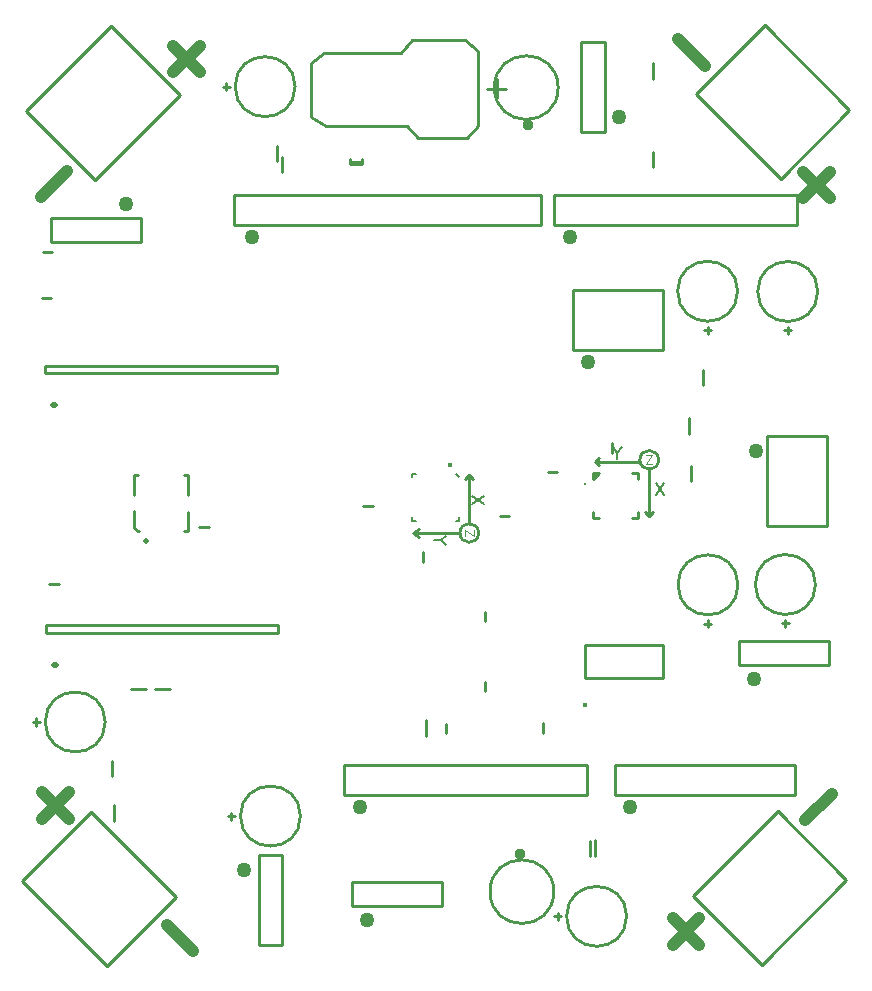
<source format=gbr>
G04 DipTrace 2.2.0.9*
%INTopAssyAF.gbr*%
%MOIN*%
%ADD10C,0.0098*%
%ADD11C,0.006*%
%ADD18C,0.04*%
%ADD19C,0.05*%
%ADD30O,0.025X0.0206*%
%ADD35C,0.0375*%
%ADD39C,0.0154*%
%ADD43O,0.0154X0.0162*%
%ADD46C,0.0125*%
%ADD49C,0.0197*%
%ADD122C,0.0062*%
%ADD123C,0.0046*%
%FSLAX44Y44*%
%SFA1B1*%
%OFA0B0*%
G04*
G70*
G90*
G75*
G01*
%LNTopAssy*%
%LPD*%
X19085Y15242D2*
D10*
Y15557D1*
X23310Y21182D2*
Y20867D1*
X9564Y18393D2*
X9879D1*
X22580Y7920D2*
Y7408D1*
X22760Y7430D2*
Y7941D1*
X21511Y5293D2*
Y5529D1*
X21392Y5411D2*
X21629D1*
X21810D2*
G02X21810Y5411I1000J0D01*
G01*
X6737Y8605D2*
Y9117D1*
X6673Y10080D2*
Y10592D1*
X10639Y8634D2*
Y8871D1*
X10521Y8752D2*
X10757D1*
X10939D2*
G02X10939Y8752I1000J0D01*
G01*
X24698Y30898D2*
Y30387D1*
X24694Y33845D2*
Y33334D1*
X29298Y24940D2*
X29062D1*
X29180Y24822D2*
Y25058D1*
X28180Y26239D2*
G02X28180Y26239I1000J0D01*
G01*
X12164Y31103D2*
Y30591D1*
X12330Y30227D2*
Y30738D1*
X10461Y32949D2*
Y33185D1*
X10343Y33067D2*
X10579D1*
X10760D2*
G02X10760Y33067I1000J0D01*
G01*
X19588Y18753D2*
X19903D1*
X17032Y17225D2*
Y17540D1*
X15033Y19088D2*
X15347D1*
X21184Y20216D2*
X21499D1*
X7285Y12991D2*
X7796D1*
X8095Y12996D2*
X8606D1*
X4133Y11772D2*
Y12008D1*
X4015Y11890D2*
X4251D1*
X4432D2*
G02X4432Y11890I1000J0D01*
G01*
X26371Y23118D2*
Y23629D1*
X25890Y21497D2*
Y22008D1*
X29222Y15173D2*
X28985D1*
X29104Y15055D2*
Y15291D1*
X28104Y16472D2*
G02X28104Y16472I1000J0D01*
G01*
X26628Y24949D2*
X26392D1*
X26510Y24831D2*
Y25067D1*
X25510Y26248D2*
G02X25510Y26248I1000J0D01*
G01*
X26640Y15162D2*
X26403D1*
X26522Y15044D2*
Y15280D1*
X25522Y16461D2*
G02X25522Y16461I1000J0D01*
G01*
X25943Y19910D2*
Y20421D1*
X17793Y11522D2*
Y11837D1*
X21010Y11839D2*
Y11524D1*
X17138Y11944D2*
Y11432D1*
X4877Y16494D2*
X4562D1*
X10718Y29440D2*
X20962D1*
Y28440D1*
X10718D1*
Y29440D1*
D19*
X11340Y28065D3*
D30*
X4773Y13789D3*
X4460Y15106D2*
D10*
X12205D1*
Y14856D1*
X4460D1*
Y15106D1*
D30*
X4730Y22444D3*
X4417Y23761D2*
D10*
X12162D1*
Y23511D1*
X4417D1*
Y23761D1*
X14379Y10440D2*
X22501D1*
Y9440D1*
X14379D1*
Y10440D1*
D19*
X14940Y9065D3*
X21379Y29440D2*
D10*
X29501D1*
Y28440D1*
X21379D1*
Y29440D1*
D19*
X21940Y28065D3*
X23440Y10440D2*
D10*
X29440D1*
Y9440D1*
X23440D1*
Y10440D1*
D19*
X23940Y9065D3*
X30495Y21420D2*
D10*
X28495D1*
Y18420D1*
X30495D1*
Y21420D1*
D19*
X28120Y20920D3*
X22031Y26276D2*
D10*
X25031D1*
Y24276D1*
X22031D1*
Y26276D1*
D19*
X22531Y23901D3*
X18482Y31371D2*
D10*
X16857D1*
X16482Y31746D1*
X13794D1*
X13294Y32058D2*
Y33871D1*
X13732Y34184D2*
X16294D1*
X16669Y34621D1*
X18419D1*
X18857Y34246D2*
Y31746D1*
Y34246D2*
X18419Y34621D1*
X18857Y31746D2*
X18482Y31371D1*
X13794Y31746D2*
X13294Y32058D1*
X13732Y34184D2*
X13294Y33871D1*
X19169Y32996D2*
X19794D1*
X19482Y32683D2*
Y33309D1*
X19404Y33035D2*
G02X19404Y33035I1063J0D01*
G01*
D35*
X20529Y31785D3*
X19258Y6232D2*
D10*
G02X19258Y6232I1062J0D01*
G01*
D35*
X20258Y7482D3*
X14595Y30484D2*
D10*
Y30642D1*
X14989Y30484D2*
Y30642D1*
Y30484D2*
X14595D1*
X14989Y30559D2*
X14595D1*
X27551Y14596D2*
X30551D1*
Y13804D1*
X27551D1*
Y14596D1*
D19*
X28051Y13325D3*
X22296Y31543D2*
D10*
X23088D1*
Y34543D1*
X22296D1*
Y31543D1*
D19*
X23567Y32043D3*
X12336Y7440D2*
D10*
X11544D1*
Y4440D1*
X12336D1*
Y7440D1*
D19*
X11065Y6940D3*
X7624Y27891D2*
D10*
X4624D1*
Y28683D1*
X7624D1*
Y27891D1*
D19*
X7124Y29162D3*
X26013Y6101D2*
D10*
X28841Y8929D1*
X31139Y6631D1*
X28311Y3803D1*
X26013Y6101D1*
X29770Y8620D2*
D18*
X30653Y9504D1*
X26233Y5350D2*
X25350Y4466D1*
Y5350D2*
X26234Y4466D1*
X28941Y30002D2*
D10*
X26113Y32831D1*
X28411Y35129D1*
X31240Y32301D1*
X28941Y30002D1*
X26422Y33759D2*
D18*
X25538Y34643D1*
X29693Y30223D2*
X30576Y29340D1*
X29692D2*
X30576Y30224D1*
X5963Y8884D2*
D10*
X8791Y6056D1*
X6493Y3758D1*
X3665Y6586D1*
X5963Y8884D1*
X8482Y5127D2*
D18*
X9366Y4244D1*
X5212Y8664D2*
X4328Y9547D1*
X5212D2*
X4328Y8663D1*
X8916Y32789D2*
D10*
X6088Y29961D1*
X3790Y32259D1*
X6618Y35087D1*
X8916Y32789D1*
X5159Y30270D2*
D18*
X4276Y29386D1*
X8695Y33541D2*
X9579Y34424D1*
Y33540D2*
X8695Y34424D1*
D39*
X22427Y12469D3*
X22417Y13361D2*
D10*
X25015D1*
X22417Y14463D2*
X25015D1*
Y13361D2*
Y14463D1*
X22417Y13361D2*
Y14463D1*
X19100Y12912D2*
Y13227D1*
X4353Y27559D2*
X4667D1*
X14665Y6545D2*
X17665D1*
Y5753D1*
X14665D1*
Y6545D1*
D19*
X15165Y5274D3*
X4313Y26009D2*
D10*
X4627D1*
X18117Y20167D2*
D11*
X18235Y20049D1*
X16660Y20167D2*
Y20049D1*
Y20167D2*
X16778D1*
X16660Y18592D2*
X16778D1*
X16660D2*
Y18710D1*
X18235Y18592D2*
X18117D1*
X18235D2*
Y18710D1*
D43*
X17938Y20441D3*
X18252Y18190D2*
D10*
X16690D1*
X16877Y18315D1*
X16690Y18190D2*
X16877Y18065D1*
X18565Y18502D2*
Y20128D1*
X18690Y20002D1*
X18565Y20128D2*
X18440Y20002D1*
X18252Y18190D2*
G02X18252Y18190I313J0D01*
G01*
D46*
X22440Y19815D3*
X22690Y18690D2*
D10*
Y18877D1*
Y18690D2*
X22878D1*
X22690Y20002D2*
Y20190D1*
X22878D1*
X24002D2*
X24190D1*
Y20002D1*
X24002Y18690D2*
X24190D1*
Y18877D1*
X22690Y20002D2*
X22878Y20190D1*
X22690Y20065D2*
X22753Y20127D1*
X24252Y20565D2*
X22753D1*
X22878Y20690D1*
X22753Y20565D2*
X22878Y20440D1*
X24565Y20315D2*
Y18752D1*
X24690Y18877D1*
X24565Y18752D2*
X24440Y18877D1*
X24252Y20627D2*
G02X24252Y20627I313J0D01*
G01*
X7509Y18239D2*
X7391Y18357D1*
X7509Y18239D2*
X7549D1*
X7391Y18357D2*
Y18909D1*
X9064Y18239D2*
X9202D1*
Y18889D1*
Y19460D2*
Y20129D1*
X9064D1*
X7529D2*
X7391D1*
Y19460D1*
D49*
X7785Y17924D3*
X19054Y19409D2*
D122*
X18652Y19141D1*
X19054D2*
X18652Y19409D1*
X17804Y18096D2*
X17613Y17943D1*
D2*
X17402D1*
X17804Y17790D2*
X17613Y17943D1*
X18713Y18292D2*
D123*
Y18091D1*
D2*
X18412Y18292D1*
D2*
Y18091D1*
X23346Y21054D2*
D122*
X23499Y20863D1*
D2*
Y20652D1*
X23652Y21054D2*
X23499Y20863D1*
X24463Y20776D2*
D123*
X24664D1*
D2*
X24463Y20474D1*
D2*
X24664D1*
X24783Y19867D2*
D122*
X25051Y19465D1*
Y19867D2*
X24783Y19465D1*
M02*

</source>
